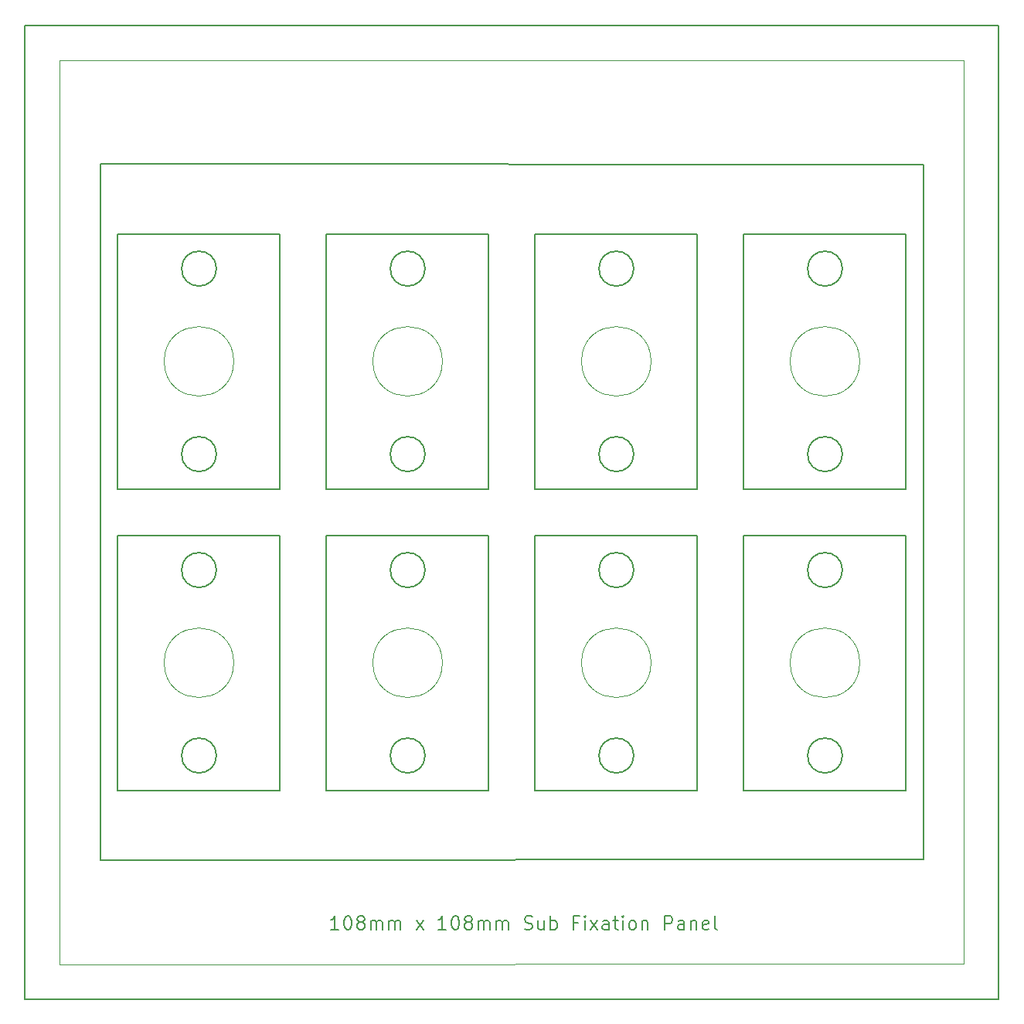
<source format=gbr>
%TF.GenerationSoftware,KiCad,Pcbnew,(5.1.10)-1*%
%TF.CreationDate,2021-11-06T18:30:37+11:00*%
%TF.ProjectId,pannel108-v2,70616e6e-656c-4313-9038-2d76322e6b69,rev?*%
%TF.SameCoordinates,Original*%
%TF.FileFunction,Legend,Top*%
%TF.FilePolarity,Positive*%
%FSLAX46Y46*%
G04 Gerber Fmt 4.6, Leading zero omitted, Abs format (unit mm)*
G04 Created by KiCad (PCBNEW (5.1.10)-1) date 2021-11-06 18:30:37*
%MOMM*%
%LPD*%
G01*
G04 APERTURE LIST*
%ADD10C,0.150000*%
%ADD11C,0.200000*%
%ADD12C,0.100000*%
%ADD13C,0.120000*%
G04 APERTURE END LIST*
D10*
X120015000Y-98475000D02*
X137795000Y-98475000D01*
X137795000Y-98475000D02*
X137795000Y-126415000D01*
X120015000Y-126415000D02*
X120015000Y-98475000D01*
X130810000Y-122605000D02*
G75*
G03*
X130810000Y-122605000I-1905000J0D01*
G01*
X130810000Y-102285000D02*
G75*
G03*
X130810000Y-102285000I-1905000J0D01*
G01*
X137795000Y-126415000D02*
X120015000Y-126415000D01*
X97155000Y-98475000D02*
X114935000Y-98475000D01*
X114935000Y-98475000D02*
X114935000Y-126415000D01*
X97155000Y-126415000D02*
X97155000Y-98475000D01*
X107950000Y-122605000D02*
G75*
G03*
X107950000Y-122605000I-1905000J0D01*
G01*
X107950000Y-102285000D02*
G75*
G03*
X107950000Y-102285000I-1905000J0D01*
G01*
X114935000Y-126415000D02*
X97155000Y-126415000D01*
X120015000Y-65455000D02*
X137795000Y-65455000D01*
X137795000Y-65455000D02*
X137795000Y-93395000D01*
X120015000Y-93395000D02*
X120015000Y-65455000D01*
X130810000Y-89585000D02*
G75*
G03*
X130810000Y-89585000I-1905000J0D01*
G01*
X130810000Y-69265000D02*
G75*
G03*
X130810000Y-69265000I-1905000J0D01*
G01*
X137795000Y-93395000D02*
X120015000Y-93395000D01*
X97155000Y-65455000D02*
X114935000Y-65455000D01*
X114935000Y-65455000D02*
X114935000Y-93395000D01*
X97155000Y-93395000D02*
X97155000Y-65455000D01*
X107950000Y-89585000D02*
G75*
G03*
X107950000Y-89585000I-1905000J0D01*
G01*
X107950000Y-69265000D02*
G75*
G03*
X107950000Y-69265000I-1905000J0D01*
G01*
X114935000Y-93395000D02*
X97155000Y-93395000D01*
X142875000Y-65455000D02*
X160655000Y-65455000D01*
X160655000Y-65455000D02*
X160655000Y-93395000D01*
X142875000Y-93395000D02*
X142875000Y-65455000D01*
X153670000Y-89585000D02*
G75*
G03*
X153670000Y-89585000I-1905000J0D01*
G01*
X153670000Y-69265000D02*
G75*
G03*
X153670000Y-69265000I-1905000J0D01*
G01*
X160655000Y-93395000D02*
X142875000Y-93395000D01*
X142875000Y-98475000D02*
X160655000Y-98475000D01*
X160655000Y-98475000D02*
X160655000Y-126415000D01*
X142875000Y-126415000D02*
X142875000Y-98475000D01*
X153670000Y-122605000D02*
G75*
G03*
X153670000Y-122605000I-1905000J0D01*
G01*
X153670000Y-102285000D02*
G75*
G03*
X153670000Y-102285000I-1905000J0D01*
G01*
X160655000Y-126415000D02*
X142875000Y-126415000D01*
X74295000Y-98475000D02*
X92075000Y-98475000D01*
X92075000Y-98475000D02*
X92075000Y-126415000D01*
X74295000Y-126415000D02*
X74295000Y-98475000D01*
X85090000Y-122605000D02*
G75*
G03*
X85090000Y-122605000I-1905000J0D01*
G01*
X85090000Y-102285000D02*
G75*
G03*
X85090000Y-102285000I-1905000J0D01*
G01*
X92075000Y-126415000D02*
X74295000Y-126415000D01*
X74295000Y-65455000D02*
X92075000Y-65455000D01*
X92075000Y-65455000D02*
X92075000Y-93395000D01*
X74295000Y-93395000D02*
X74295000Y-65455000D01*
X85090000Y-89585000D02*
G75*
G03*
X85090000Y-89585000I-1905000J0D01*
G01*
X85090000Y-69265000D02*
G75*
G03*
X85090000Y-69265000I-1905000J0D01*
G01*
X92075000Y-93395000D02*
X74295000Y-93395000D01*
D11*
X98495000Y-141698571D02*
X97637857Y-141698571D01*
X98066428Y-141698571D02*
X98066428Y-140198571D01*
X97923571Y-140412857D01*
X97780714Y-140555714D01*
X97637857Y-140627142D01*
X99423571Y-140198571D02*
X99566428Y-140198571D01*
X99709285Y-140270000D01*
X99780714Y-140341428D01*
X99852142Y-140484285D01*
X99923571Y-140770000D01*
X99923571Y-141127142D01*
X99852142Y-141412857D01*
X99780714Y-141555714D01*
X99709285Y-141627142D01*
X99566428Y-141698571D01*
X99423571Y-141698571D01*
X99280714Y-141627142D01*
X99209285Y-141555714D01*
X99137857Y-141412857D01*
X99066428Y-141127142D01*
X99066428Y-140770000D01*
X99137857Y-140484285D01*
X99209285Y-140341428D01*
X99280714Y-140270000D01*
X99423571Y-140198571D01*
X100780714Y-140841428D02*
X100637857Y-140770000D01*
X100566428Y-140698571D01*
X100495000Y-140555714D01*
X100495000Y-140484285D01*
X100566428Y-140341428D01*
X100637857Y-140270000D01*
X100780714Y-140198571D01*
X101066428Y-140198571D01*
X101209285Y-140270000D01*
X101280714Y-140341428D01*
X101352142Y-140484285D01*
X101352142Y-140555714D01*
X101280714Y-140698571D01*
X101209285Y-140770000D01*
X101066428Y-140841428D01*
X100780714Y-140841428D01*
X100637857Y-140912857D01*
X100566428Y-140984285D01*
X100495000Y-141127142D01*
X100495000Y-141412857D01*
X100566428Y-141555714D01*
X100637857Y-141627142D01*
X100780714Y-141698571D01*
X101066428Y-141698571D01*
X101209285Y-141627142D01*
X101280714Y-141555714D01*
X101352142Y-141412857D01*
X101352142Y-141127142D01*
X101280714Y-140984285D01*
X101209285Y-140912857D01*
X101066428Y-140841428D01*
X101995000Y-141698571D02*
X101995000Y-140698571D01*
X101995000Y-140841428D02*
X102066428Y-140770000D01*
X102209285Y-140698571D01*
X102423571Y-140698571D01*
X102566428Y-140770000D01*
X102637857Y-140912857D01*
X102637857Y-141698571D01*
X102637857Y-140912857D02*
X102709285Y-140770000D01*
X102852142Y-140698571D01*
X103066428Y-140698571D01*
X103209285Y-140770000D01*
X103280714Y-140912857D01*
X103280714Y-141698571D01*
X103995000Y-141698571D02*
X103995000Y-140698571D01*
X103995000Y-140841428D02*
X104066428Y-140770000D01*
X104209285Y-140698571D01*
X104423571Y-140698571D01*
X104566428Y-140770000D01*
X104637857Y-140912857D01*
X104637857Y-141698571D01*
X104637857Y-140912857D02*
X104709285Y-140770000D01*
X104852142Y-140698571D01*
X105066428Y-140698571D01*
X105209285Y-140770000D01*
X105280714Y-140912857D01*
X105280714Y-141698571D01*
X106995000Y-141698571D02*
X107780714Y-140698571D01*
X106995000Y-140698571D02*
X107780714Y-141698571D01*
X110280714Y-141698571D02*
X109423571Y-141698571D01*
X109852142Y-141698571D02*
X109852142Y-140198571D01*
X109709285Y-140412857D01*
X109566428Y-140555714D01*
X109423571Y-140627142D01*
X111209285Y-140198571D02*
X111352142Y-140198571D01*
X111495000Y-140270000D01*
X111566428Y-140341428D01*
X111637857Y-140484285D01*
X111709285Y-140770000D01*
X111709285Y-141127142D01*
X111637857Y-141412857D01*
X111566428Y-141555714D01*
X111495000Y-141627142D01*
X111352142Y-141698571D01*
X111209285Y-141698571D01*
X111066428Y-141627142D01*
X110995000Y-141555714D01*
X110923571Y-141412857D01*
X110852142Y-141127142D01*
X110852142Y-140770000D01*
X110923571Y-140484285D01*
X110995000Y-140341428D01*
X111066428Y-140270000D01*
X111209285Y-140198571D01*
X112566428Y-140841428D02*
X112423571Y-140770000D01*
X112352142Y-140698571D01*
X112280714Y-140555714D01*
X112280714Y-140484285D01*
X112352142Y-140341428D01*
X112423571Y-140270000D01*
X112566428Y-140198571D01*
X112852142Y-140198571D01*
X112995000Y-140270000D01*
X113066428Y-140341428D01*
X113137857Y-140484285D01*
X113137857Y-140555714D01*
X113066428Y-140698571D01*
X112995000Y-140770000D01*
X112852142Y-140841428D01*
X112566428Y-140841428D01*
X112423571Y-140912857D01*
X112352142Y-140984285D01*
X112280714Y-141127142D01*
X112280714Y-141412857D01*
X112352142Y-141555714D01*
X112423571Y-141627142D01*
X112566428Y-141698571D01*
X112852142Y-141698571D01*
X112995000Y-141627142D01*
X113066428Y-141555714D01*
X113137857Y-141412857D01*
X113137857Y-141127142D01*
X113066428Y-140984285D01*
X112995000Y-140912857D01*
X112852142Y-140841428D01*
X113780714Y-141698571D02*
X113780714Y-140698571D01*
X113780714Y-140841428D02*
X113852142Y-140770000D01*
X113995000Y-140698571D01*
X114209285Y-140698571D01*
X114352142Y-140770000D01*
X114423571Y-140912857D01*
X114423571Y-141698571D01*
X114423571Y-140912857D02*
X114495000Y-140770000D01*
X114637857Y-140698571D01*
X114852142Y-140698571D01*
X114995000Y-140770000D01*
X115066428Y-140912857D01*
X115066428Y-141698571D01*
X115780714Y-141698571D02*
X115780714Y-140698571D01*
X115780714Y-140841428D02*
X115852142Y-140770000D01*
X115995000Y-140698571D01*
X116209285Y-140698571D01*
X116352142Y-140770000D01*
X116423571Y-140912857D01*
X116423571Y-141698571D01*
X116423571Y-140912857D02*
X116495000Y-140770000D01*
X116637857Y-140698571D01*
X116852142Y-140698571D01*
X116995000Y-140770000D01*
X117066428Y-140912857D01*
X117066428Y-141698571D01*
X118852142Y-141627142D02*
X119066428Y-141698571D01*
X119423571Y-141698571D01*
X119566428Y-141627142D01*
X119637857Y-141555714D01*
X119709285Y-141412857D01*
X119709285Y-141270000D01*
X119637857Y-141127142D01*
X119566428Y-141055714D01*
X119423571Y-140984285D01*
X119137857Y-140912857D01*
X118995000Y-140841428D01*
X118923571Y-140770000D01*
X118852142Y-140627142D01*
X118852142Y-140484285D01*
X118923571Y-140341428D01*
X118995000Y-140270000D01*
X119137857Y-140198571D01*
X119495000Y-140198571D01*
X119709285Y-140270000D01*
X120995000Y-140698571D02*
X120995000Y-141698571D01*
X120352142Y-140698571D02*
X120352142Y-141484285D01*
X120423571Y-141627142D01*
X120566428Y-141698571D01*
X120780714Y-141698571D01*
X120923571Y-141627142D01*
X120995000Y-141555714D01*
X121709285Y-141698571D02*
X121709285Y-140198571D01*
X121709285Y-140770000D02*
X121852142Y-140698571D01*
X122137857Y-140698571D01*
X122280714Y-140770000D01*
X122352142Y-140841428D01*
X122423571Y-140984285D01*
X122423571Y-141412857D01*
X122352142Y-141555714D01*
X122280714Y-141627142D01*
X122137857Y-141698571D01*
X121852142Y-141698571D01*
X121709285Y-141627142D01*
X124709285Y-140912857D02*
X124209285Y-140912857D01*
X124209285Y-141698571D02*
X124209285Y-140198571D01*
X124923571Y-140198571D01*
X125495000Y-141698571D02*
X125495000Y-140698571D01*
X125495000Y-140198571D02*
X125423571Y-140270000D01*
X125495000Y-140341428D01*
X125566428Y-140270000D01*
X125495000Y-140198571D01*
X125495000Y-140341428D01*
X126066428Y-141698571D02*
X126852142Y-140698571D01*
X126066428Y-140698571D02*
X126852142Y-141698571D01*
X128066428Y-141698571D02*
X128066428Y-140912857D01*
X127995000Y-140770000D01*
X127852142Y-140698571D01*
X127566428Y-140698571D01*
X127423571Y-140770000D01*
X128066428Y-141627142D02*
X127923571Y-141698571D01*
X127566428Y-141698571D01*
X127423571Y-141627142D01*
X127352142Y-141484285D01*
X127352142Y-141341428D01*
X127423571Y-141198571D01*
X127566428Y-141127142D01*
X127923571Y-141127142D01*
X128066428Y-141055714D01*
X128566428Y-140698571D02*
X129137857Y-140698571D01*
X128780714Y-140198571D02*
X128780714Y-141484285D01*
X128852142Y-141627142D01*
X128995000Y-141698571D01*
X129137857Y-141698571D01*
X129637857Y-141698571D02*
X129637857Y-140698571D01*
X129637857Y-140198571D02*
X129566428Y-140270000D01*
X129637857Y-140341428D01*
X129709285Y-140270000D01*
X129637857Y-140198571D01*
X129637857Y-140341428D01*
X130566428Y-141698571D02*
X130423571Y-141627142D01*
X130352142Y-141555714D01*
X130280714Y-141412857D01*
X130280714Y-140984285D01*
X130352142Y-140841428D01*
X130423571Y-140770000D01*
X130566428Y-140698571D01*
X130780714Y-140698571D01*
X130923571Y-140770000D01*
X130995000Y-140841428D01*
X131066428Y-140984285D01*
X131066428Y-141412857D01*
X130995000Y-141555714D01*
X130923571Y-141627142D01*
X130780714Y-141698571D01*
X130566428Y-141698571D01*
X131709285Y-140698571D02*
X131709285Y-141698571D01*
X131709285Y-140841428D02*
X131780714Y-140770000D01*
X131923571Y-140698571D01*
X132137857Y-140698571D01*
X132280714Y-140770000D01*
X132352142Y-140912857D01*
X132352142Y-141698571D01*
X134209285Y-141698571D02*
X134209285Y-140198571D01*
X134780714Y-140198571D01*
X134923571Y-140270000D01*
X134995000Y-140341428D01*
X135066428Y-140484285D01*
X135066428Y-140698571D01*
X134995000Y-140841428D01*
X134923571Y-140912857D01*
X134780714Y-140984285D01*
X134209285Y-140984285D01*
X136352142Y-141698571D02*
X136352142Y-140912857D01*
X136280714Y-140770000D01*
X136137857Y-140698571D01*
X135852142Y-140698571D01*
X135709285Y-140770000D01*
X136352142Y-141627142D02*
X136209285Y-141698571D01*
X135852142Y-141698571D01*
X135709285Y-141627142D01*
X135637857Y-141484285D01*
X135637857Y-141341428D01*
X135709285Y-141198571D01*
X135852142Y-141127142D01*
X136209285Y-141127142D01*
X136352142Y-141055714D01*
X137066428Y-140698571D02*
X137066428Y-141698571D01*
X137066428Y-140841428D02*
X137137857Y-140770000D01*
X137280714Y-140698571D01*
X137495000Y-140698571D01*
X137637857Y-140770000D01*
X137709285Y-140912857D01*
X137709285Y-141698571D01*
X138995000Y-141627142D02*
X138852142Y-141698571D01*
X138566428Y-141698571D01*
X138423571Y-141627142D01*
X138352142Y-141484285D01*
X138352142Y-140912857D01*
X138423571Y-140770000D01*
X138566428Y-140698571D01*
X138852142Y-140698571D01*
X138995000Y-140770000D01*
X139066428Y-140912857D01*
X139066428Y-141055714D01*
X138352142Y-141198571D01*
X139923571Y-141698571D02*
X139780714Y-141627142D01*
X139709285Y-141484285D01*
X139709285Y-140198571D01*
D10*
X64135000Y-149275000D02*
X64135000Y-42595000D01*
X170815000Y-149275000D02*
X64135000Y-149275000D01*
X170815000Y-42595000D02*
X170815000Y-149275000D01*
X64135000Y-42595000D02*
X170815000Y-42595000D01*
X162560000Y-57835000D02*
X72390000Y-57820000D01*
X162560000Y-134020000D02*
X162560000Y-57835000D01*
X72390000Y-134035000D02*
X162600000Y-134020000D01*
X72390000Y-57835000D02*
X72390000Y-134035000D01*
D12*
X167005000Y-46405000D02*
X167005000Y-145415000D01*
X67945000Y-46405000D02*
X67945000Y-145465000D01*
X67945000Y-145465000D02*
X167005000Y-145415000D01*
X67945000Y-46405000D02*
X167005000Y-46405000D01*
D13*
%TO.C,REF\u002A\u002A*%
X132715000Y-112445000D02*
G75*
G03*
X132715000Y-112445000I-3810000J0D01*
G01*
X109855000Y-112445000D02*
G75*
G03*
X109855000Y-112445000I-3810000J0D01*
G01*
X132715000Y-79425000D02*
G75*
G03*
X132715000Y-79425000I-3810000J0D01*
G01*
X109855000Y-79425000D02*
G75*
G03*
X109855000Y-79425000I-3810000J0D01*
G01*
X155575000Y-79425000D02*
G75*
G03*
X155575000Y-79425000I-3810000J0D01*
G01*
X155575000Y-112445000D02*
G75*
G03*
X155575000Y-112445000I-3810000J0D01*
G01*
X86995000Y-112445000D02*
G75*
G03*
X86995000Y-112445000I-3810000J0D01*
G01*
X86995000Y-79425000D02*
G75*
G03*
X86995000Y-79425000I-3810000J0D01*
G01*
%TD*%
M02*

</source>
